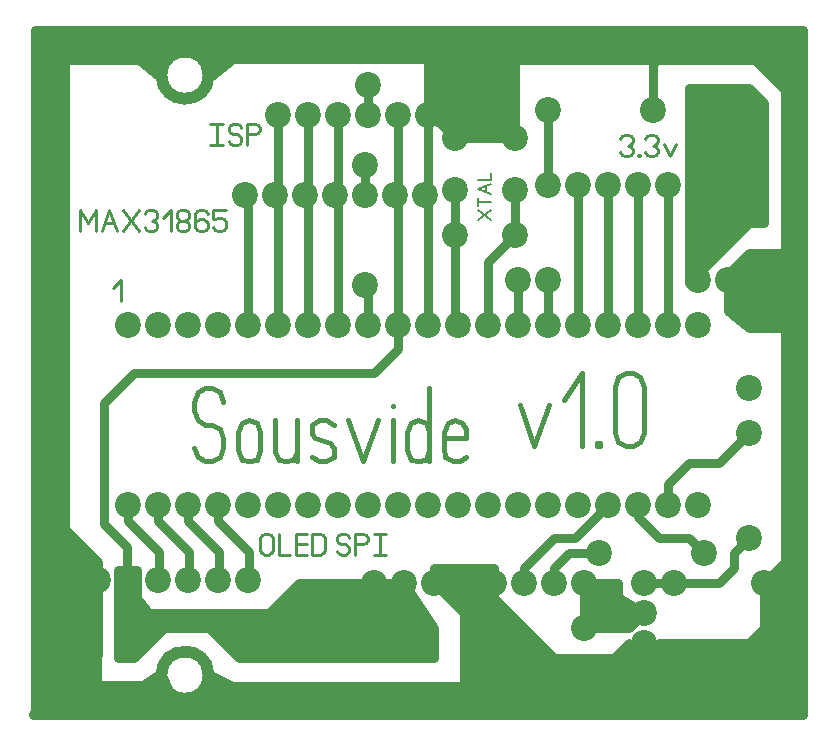
<source format=gbr>
%FSLAX34Y34*%
%MOMM*%
%LNCOPPER_BOTTOM*%
G71*
G01*
%ADD10C, 1.00*%
%ADD11C, 2.20*%
%ADD12C, 0.22*%
%ADD13C, 0.80*%
%ADD14C, 0.14*%
%ADD15C, 0.43*%
%LPD*%
G54D10*
G75*
G01X-38500Y683600D02*
G03X-38500Y683600I-20000J0D01*
G01*
X375607Y471855D02*
G54D11*
D03*
X350207Y471855D02*
G54D11*
D03*
X324807Y471855D02*
G54D11*
D03*
X299407Y471855D02*
G54D11*
D03*
X274007Y471855D02*
G54D11*
D03*
X248607Y471855D02*
G54D11*
D03*
X223207Y471855D02*
G54D11*
D03*
X197807Y471855D02*
G54D11*
D03*
X172407Y471855D02*
G54D11*
D03*
X147007Y471855D02*
G54D11*
D03*
X121607Y471855D02*
G54D11*
D03*
X96207Y471855D02*
G54D11*
D03*
X70807Y471855D02*
G54D11*
D03*
X45407Y471855D02*
G54D11*
D03*
X20007Y471855D02*
G54D11*
D03*
X-5393Y471855D02*
G54D11*
D03*
X-30793Y471855D02*
G54D11*
D03*
X-56193Y471855D02*
G54D11*
D03*
X-81593Y471855D02*
G54D11*
D03*
X-106993Y471855D02*
G54D11*
D03*
X-106993Y319455D02*
G54D11*
D03*
X-81593Y319455D02*
G54D11*
D03*
X-56193Y319455D02*
G54D11*
D03*
X-30793Y319455D02*
G54D11*
D03*
X-5393Y319455D02*
G54D11*
D03*
X20007Y319455D02*
G54D11*
D03*
X45407Y319455D02*
G54D11*
D03*
X70807Y319455D02*
G54D11*
D03*
X96207Y319455D02*
G54D11*
D03*
X121607Y319455D02*
G54D11*
D03*
X147007Y319455D02*
G54D11*
D03*
X172407Y319455D02*
G54D11*
D03*
X197807Y319455D02*
G54D11*
D03*
X223207Y319455D02*
G54D11*
D03*
X248607Y319455D02*
G54D11*
D03*
X274007Y319455D02*
G54D11*
D03*
X299407Y319455D02*
G54D11*
D03*
X324807Y319455D02*
G54D11*
D03*
X350207Y319455D02*
G54D11*
D03*
X375607Y319455D02*
G54D11*
D03*
G54D10*
G75*
G01X-38500Y175600D02*
G03X-38500Y175600I-20000J0D01*
G01*
G54D12*
X-119693Y503177D02*
X-113026Y509844D01*
X-113026Y492066D01*
X121607Y649655D02*
G54D11*
D03*
X147007Y649655D02*
G54D11*
D03*
X96207Y649655D02*
G54D11*
D03*
X70807Y649655D02*
G54D11*
D03*
X45407Y649655D02*
G54D11*
D03*
X20007Y649655D02*
G54D11*
D03*
G36*
X-185493Y141655D02*
X-185493Y721655D01*
X464507Y721655D01*
X464507Y141655D01*
X-187145Y142107D01*
X-187273Y142885D01*
X-160515Y167380D01*
X-94408Y167340D01*
X-79229Y177124D01*
X-71209Y160083D01*
X-60303Y153352D01*
X-50593Y156730D01*
X-41907Y163421D01*
X-38581Y176917D01*
X-18293Y166474D01*
X425634Y166672D01*
X449507Y188255D01*
X449507Y670855D01*
X424107Y696255D01*
X-18041Y696873D01*
X-38824Y680523D01*
X-39780Y690953D01*
X-47295Y700890D01*
X-58781Y704251D01*
X-69503Y700935D01*
X-76854Y691553D01*
X-78554Y680935D01*
X-97088Y696255D01*
X-160093Y696255D01*
X-160093Y167055D01*
X-185493Y141655D01*
G37*
G54D13*
X-185493Y141655D02*
X-185493Y721655D01*
X464507Y721655D01*
X464507Y141655D01*
X-187145Y142107D01*
X-187273Y142885D01*
X-160515Y167380D01*
X-94408Y167340D01*
X-79229Y177124D01*
X-71209Y160083D01*
X-60303Y153352D01*
X-50593Y156730D01*
X-41907Y163421D01*
X-38581Y176917D01*
X-18293Y166474D01*
X425634Y166672D01*
X449507Y188255D01*
X449507Y670855D01*
X424107Y696255D01*
X-18041Y696873D01*
X-38824Y680523D01*
X-39780Y690953D01*
X-47295Y700890D01*
X-58781Y704251D01*
X-69503Y700935D01*
X-76854Y691553D01*
X-78554Y680935D01*
X-97088Y696255D01*
X-160093Y696255D01*
X-160093Y167055D01*
X-185493Y141655D01*
X-81593Y255955D02*
G54D11*
D03*
X-56193Y255955D02*
G54D11*
D03*
X-30793Y255955D02*
G54D11*
D03*
X-5393Y255955D02*
G54D11*
D03*
X169725Y630035D02*
G54D11*
D03*
X169725Y586315D02*
G54D11*
D03*
X220525Y586316D02*
G54D11*
D03*
X220525Y630035D02*
G54D11*
D03*
X220525Y548215D02*
G54D11*
D03*
X169725Y548216D02*
G54D11*
D03*
X-106993Y255955D02*
G54D11*
D03*
X-132393Y255955D02*
G54D11*
D03*
X223207Y509955D02*
G54D11*
D03*
X248607Y509955D02*
G54D11*
D03*
X401007Y509955D02*
G54D11*
D03*
X144707Y581955D02*
G54D11*
D03*
X119307Y581955D02*
G54D11*
D03*
X93907Y581955D02*
G54D11*
D03*
X68507Y581955D02*
G54D11*
D03*
X43107Y581955D02*
G54D11*
D03*
X17707Y581955D02*
G54D11*
D03*
X20007Y649655D02*
G54D11*
D03*
X-7693Y581955D02*
G54D11*
D03*
G54D13*
X147007Y471855D02*
X147007Y706655D01*
X144707Y708955D01*
G54D13*
X121607Y471855D02*
X121607Y649655D01*
G54D13*
X70807Y471855D02*
X70807Y649655D01*
G54D13*
X45407Y471855D02*
X45407Y649655D01*
G54D13*
X20007Y471855D02*
X20007Y649655D01*
G54D13*
X-5393Y471855D02*
X-5393Y579655D01*
X-7693Y581955D01*
X96207Y471855D02*
G54D11*
D03*
X96207Y675055D02*
G54D11*
D03*
G54D13*
X223207Y471855D02*
X223207Y509955D01*
G54D13*
X248607Y471855D02*
X248607Y509955D01*
X144707Y213655D02*
G54D11*
D03*
X279400Y215610D02*
G54D11*
D03*
X93907Y505755D02*
G54D11*
D03*
G54D13*
X96207Y471855D02*
X96207Y503455D01*
X93907Y505755D01*
X375607Y509955D02*
G54D11*
D03*
G54D12*
X309807Y629421D02*
X311140Y631644D01*
X313807Y632755D01*
X316474Y632755D01*
X319140Y631644D01*
X320474Y629421D01*
X320474Y627199D01*
X319140Y624977D01*
X316474Y623866D01*
X319140Y622755D01*
X320474Y620533D01*
X320474Y618310D01*
X319140Y616088D01*
X316474Y614977D01*
X313807Y614977D01*
X311140Y616088D01*
X309807Y618310D01*
G54D12*
X326430Y614977D02*
X325363Y614977D01*
X325363Y615866D01*
X326430Y615866D01*
X326430Y614977D01*
X325363Y614977D01*
G54D12*
X331319Y629421D02*
X332652Y631644D01*
X335319Y632755D01*
X337986Y632755D01*
X340652Y631644D01*
X341986Y629421D01*
X341986Y627199D01*
X340652Y624977D01*
X337986Y623866D01*
X340652Y622755D01*
X341986Y620533D01*
X341986Y618310D01*
X340652Y616088D01*
X337986Y614977D01*
X335319Y614977D01*
X332652Y616088D01*
X331319Y618310D01*
G54D12*
X346875Y624977D02*
X352208Y614977D01*
X357542Y624977D01*
G54D12*
X-36947Y624566D02*
X-26280Y624566D01*
G54D12*
X-31613Y624566D02*
X-31613Y642344D01*
G54D12*
X-36947Y642344D02*
X-26280Y642344D01*
G54D12*
X-21391Y627899D02*
X-20057Y625677D01*
X-17391Y624566D01*
X-14724Y624566D01*
X-12057Y625677D01*
X-10724Y627899D01*
X-10724Y630121D01*
X-12057Y632344D01*
X-14724Y633455D01*
X-17391Y633455D01*
X-20057Y634566D01*
X-21391Y636788D01*
X-21391Y639010D01*
X-20057Y641232D01*
X-17391Y642344D01*
X-14724Y642344D01*
X-12057Y641232D01*
X-10724Y639010D01*
G54D12*
X-5835Y624566D02*
X-5835Y642344D01*
X832Y642344D01*
X3499Y641232D01*
X4832Y639010D01*
X4832Y636788D01*
X3499Y634566D01*
X832Y633455D01*
X-5835Y633455D01*
G54D12*
X-147393Y551477D02*
X-147393Y569255D01*
X-140726Y558144D01*
X-134060Y569255D01*
X-134060Y551477D01*
G54D12*
X-129171Y551477D02*
X-122504Y569255D01*
X-115838Y551477D01*
G54D12*
X-126504Y558144D02*
X-118504Y558144D01*
G54D12*
X-110949Y569255D02*
X-97616Y551477D01*
G54D12*
X-110949Y551477D02*
X-97616Y569255D01*
G54D12*
X-92727Y565921D02*
X-91394Y568144D01*
X-88727Y569255D01*
X-86060Y569255D01*
X-83394Y568144D01*
X-82060Y565921D01*
X-82060Y563699D01*
X-83394Y561477D01*
X-86060Y560366D01*
X-83394Y559255D01*
X-82060Y557033D01*
X-82060Y554810D01*
X-83394Y552588D01*
X-86060Y551477D01*
X-88727Y551477D01*
X-91394Y552588D01*
X-92727Y554810D01*
G54D12*
X-77171Y562588D02*
X-70504Y569255D01*
X-70504Y551477D01*
G54D12*
X-58948Y560366D02*
X-61615Y560366D01*
X-64282Y561477D01*
X-65615Y563699D01*
X-65615Y565921D01*
X-64282Y568144D01*
X-61615Y569255D01*
X-58948Y569255D01*
X-56282Y568144D01*
X-54948Y565921D01*
X-54948Y563699D01*
X-56282Y561477D01*
X-58948Y560366D01*
X-56282Y559255D01*
X-54948Y557033D01*
X-54948Y554810D01*
X-56282Y552588D01*
X-58948Y551477D01*
X-61615Y551477D01*
X-64282Y552588D01*
X-65615Y554810D01*
X-65615Y557033D01*
X-64282Y559255D01*
X-61615Y560366D01*
G54D12*
X-39392Y565921D02*
X-40726Y568144D01*
X-43392Y569255D01*
X-46059Y569255D01*
X-48726Y568144D01*
X-50059Y565921D01*
X-50059Y560366D01*
X-50059Y559255D01*
X-46059Y561477D01*
X-43392Y561477D01*
X-40726Y560366D01*
X-39392Y558144D01*
X-39392Y554810D01*
X-40726Y552588D01*
X-43392Y551477D01*
X-46059Y551477D01*
X-48726Y552588D01*
X-50059Y554810D01*
X-50059Y560366D01*
G54D12*
X-23836Y569255D02*
X-34503Y569255D01*
X-34503Y561477D01*
X-33170Y561477D01*
X-30503Y562588D01*
X-27836Y562588D01*
X-25170Y561477D01*
X-23836Y559255D01*
X-23836Y554810D01*
X-25170Y552588D01*
X-27836Y551477D01*
X-30503Y551477D01*
X-33170Y552588D01*
X-34503Y554810D01*
G54D12*
X16032Y291997D02*
X16032Y280886D01*
X14699Y278663D01*
X12032Y277552D01*
X9366Y277552D01*
X6699Y278663D01*
X5366Y280886D01*
X5366Y291997D01*
X6699Y294219D01*
X9366Y295330D01*
X12032Y295330D01*
X14699Y294219D01*
X16032Y291997D01*
G54D12*
X20922Y295330D02*
X20922Y277552D01*
X30255Y277552D01*
G54D12*
X44477Y277552D02*
X35144Y277552D01*
X35144Y295330D01*
X44477Y295330D01*
G54D12*
X35144Y286441D02*
X44477Y286441D01*
G54D12*
X49366Y277552D02*
X49366Y295330D01*
X56032Y295330D01*
X58699Y294219D01*
X60032Y291997D01*
X60032Y280886D01*
X58699Y278663D01*
X56032Y277552D01*
X49366Y277552D01*
G54D12*
X70078Y280886D02*
X71411Y278663D01*
X74078Y277552D01*
X76744Y277552D01*
X79411Y278663D01*
X80744Y280886D01*
X80744Y283108D01*
X79411Y285330D01*
X76744Y286441D01*
X74078Y286441D01*
X71411Y287552D01*
X70078Y289774D01*
X70078Y291997D01*
X71411Y294219D01*
X74078Y295330D01*
X76744Y295330D01*
X79411Y294219D01*
X80744Y291997D01*
G54D12*
X85634Y277552D02*
X85634Y295330D01*
X92300Y295330D01*
X94967Y294219D01*
X96300Y291997D01*
X96300Y289774D01*
X94967Y287552D01*
X92300Y286441D01*
X85634Y286441D01*
G54D12*
X101190Y277552D02*
X111856Y277552D01*
G54D12*
X106523Y277552D02*
X106523Y295330D01*
G54D12*
X101190Y295330D02*
X111856Y295330D01*
G54D14*
X189250Y561052D02*
X200805Y569718D01*
G54D14*
X200805Y561052D02*
X189250Y569718D01*
G54D14*
X200805Y576363D02*
X189250Y576363D01*
G54D14*
X189250Y572897D02*
X189250Y579830D01*
G54D14*
X200805Y583008D02*
X189250Y587341D01*
X200805Y591674D01*
G54D14*
X196472Y584741D02*
X196472Y589941D01*
G54D14*
X189250Y594853D02*
X200805Y594853D01*
X200805Y600919D01*
X197807Y319455D02*
G54D11*
D03*
X279400Y253710D02*
G54D11*
D03*
X254000Y253710D02*
G54D11*
D03*
X203200Y253710D02*
G54D11*
D03*
X127000Y253710D02*
G54D11*
D03*
X299407Y319455D02*
G54D11*
D03*
G36*
X279400Y215610D02*
X279400Y253710D01*
X307852Y253710D01*
X307971Y241496D01*
X330200Y228310D01*
X317500Y215610D01*
X279400Y215610D01*
G37*
G54D13*
X279400Y215610D02*
X279400Y253710D01*
X307852Y253710D01*
X307971Y241496D01*
X330200Y228310D01*
X317500Y215610D01*
X279400Y215610D01*
X292100Y279110D02*
G54D11*
D03*
X381000Y279110D02*
G54D11*
D03*
G54D13*
X324807Y319455D02*
X324807Y309903D01*
X342900Y291810D01*
X368300Y291810D01*
X381000Y279110D01*
G54D13*
X254000Y253710D02*
X254000Y266410D01*
X266700Y279110D01*
X292100Y279110D01*
X101600Y253710D02*
G54D11*
D03*
X177800Y253710D02*
G54D11*
D03*
X152400Y253710D02*
G54D11*
D03*
X228600Y253710D02*
G54D11*
D03*
G36*
X177800Y164810D02*
X177800Y228310D01*
X152400Y253710D01*
X152400Y266410D01*
X203200Y266410D01*
X203200Y253710D01*
X203200Y241010D01*
X254000Y190210D01*
X304800Y190210D01*
X317500Y202910D01*
X330200Y190210D01*
X342900Y202910D01*
X419100Y202910D01*
X431800Y215610D01*
X444500Y202910D01*
X444500Y152110D01*
X190500Y152110D01*
X177800Y164810D01*
G37*
G54D13*
X177800Y164810D02*
X177800Y228310D01*
X152400Y253710D01*
X152400Y266410D01*
X203200Y266410D01*
X203200Y253710D01*
X203200Y241010D01*
X254000Y190210D01*
X304800Y190210D01*
X317500Y202910D01*
X330200Y190210D01*
X342900Y202910D01*
X419100Y202910D01*
X431800Y215610D01*
X444500Y202910D01*
X444500Y152110D01*
X190500Y152110D01*
X177800Y164810D01*
G36*
X127000Y253710D02*
X152400Y215610D01*
X152400Y190210D01*
X-12700Y190210D01*
X-38100Y215610D01*
X-76200Y215610D01*
X-101600Y190210D01*
X-115346Y190210D01*
X-115357Y264667D01*
X-98994Y264608D01*
X-99173Y240884D01*
X-88900Y228310D01*
X12700Y228310D01*
X38100Y253710D01*
X127000Y253710D01*
G37*
G54D13*
X127000Y253710D02*
X152400Y215610D01*
X152400Y190210D01*
X-12700Y190210D01*
X-38100Y215610D01*
X-76200Y215610D01*
X-101600Y190210D01*
X-115346Y190210D01*
X-115357Y264667D01*
X-98994Y264608D01*
X-99173Y240884D01*
X-88900Y228310D01*
X12700Y228310D01*
X38100Y253710D01*
X127000Y253710D01*
X228600Y253710D02*
G54D11*
D03*
G54D13*
X228600Y253710D02*
X228600Y266410D01*
X254000Y291810D01*
X271762Y291810D01*
X299407Y319455D01*
G54D15*
X-50800Y368255D02*
X-47689Y360477D01*
X-41467Y356588D01*
X-35244Y356588D01*
X-29022Y360477D01*
X-25911Y368255D01*
X-25911Y376032D01*
X-29022Y383810D01*
X-35244Y387699D01*
X-41467Y387699D01*
X-47689Y391588D01*
X-50800Y399366D01*
X-50800Y407144D01*
X-47689Y414921D01*
X-41467Y418810D01*
X-35244Y418810D01*
X-29022Y414921D01*
X-25911Y407144D01*
G54D15*
X5200Y365921D02*
X5200Y381477D01*
X2089Y389255D01*
X-4134Y391588D01*
X-10356Y389255D01*
X-13467Y381477D01*
X-13467Y365921D01*
X-10356Y358144D01*
X-4134Y356588D01*
X2089Y358144D01*
X5200Y365921D01*
G54D15*
X36311Y391588D02*
X36311Y356588D01*
G54D15*
X36311Y364366D02*
X33200Y358144D01*
X26977Y356588D01*
X20755Y358144D01*
X17644Y364366D01*
X17644Y391588D01*
G54D15*
X48755Y360477D02*
X54977Y356588D01*
X61199Y356588D01*
X67422Y360477D01*
X67422Y368255D01*
X64311Y372144D01*
X51866Y376032D01*
X48755Y379921D01*
X48755Y387699D01*
X54977Y391588D01*
X61199Y391588D01*
X67422Y387699D01*
G54D15*
X79866Y391588D02*
X92310Y356588D01*
X104755Y391588D01*
G54D15*
X117199Y356588D02*
X117199Y391588D01*
G54D15*
X117199Y403255D02*
X117199Y403255D01*
G54D15*
X148310Y356588D02*
X148310Y418810D01*
G54D15*
X148310Y381477D02*
X145199Y389255D01*
X138976Y391588D01*
X132754Y389255D01*
X129643Y381477D01*
X129643Y365921D01*
X132754Y358144D01*
X138976Y356588D01*
X145199Y358144D01*
X148310Y365921D01*
G54D15*
X179421Y360477D02*
X174443Y356588D01*
X168221Y356588D01*
X161998Y360477D01*
X160754Y368255D01*
X160754Y381477D01*
X163865Y389255D01*
X170087Y391588D01*
X176310Y389255D01*
X179421Y383810D01*
X179421Y376032D01*
X160754Y376032D01*
X248510Y590320D02*
G54D11*
D03*
X273910Y590320D02*
G54D11*
D03*
X299310Y590320D02*
G54D11*
D03*
X324710Y590320D02*
G54D11*
D03*
X350110Y590320D02*
G54D11*
D03*
X248510Y653820D02*
G54D11*
D03*
X337410Y653820D02*
G54D11*
D03*
G54D13*
X169725Y548216D02*
X169725Y474537D01*
X172407Y471855D01*
G54D13*
X197807Y471855D02*
X197807Y525497D01*
X220525Y548215D01*
X93907Y607355D02*
G54D11*
D03*
X375505Y607218D02*
G54D11*
D03*
G54D13*
X93907Y581955D02*
X93907Y607355D01*
G54D13*
X96207Y649655D02*
X96207Y675055D01*
G36*
X419100Y469610D02*
X401106Y484075D01*
X401007Y509955D01*
X401007Y515017D01*
X419100Y533110D01*
X444500Y533110D01*
X444500Y469610D01*
X419100Y469610D01*
G37*
G54D13*
X419100Y469610D02*
X401106Y484075D01*
X401007Y509955D01*
X401007Y515017D01*
X419100Y533110D01*
X444500Y533110D01*
X444500Y469610D01*
X419100Y469610D01*
G36*
X375607Y509955D02*
X368300Y507710D01*
X368300Y672810D01*
X419100Y672810D01*
X431800Y660110D01*
X431800Y558510D01*
X419100Y558510D01*
X381000Y520410D01*
X418839Y558722D01*
X381000Y520410D01*
X375607Y509955D01*
G37*
G54D13*
X375607Y509955D02*
X368300Y507710D01*
X368300Y672810D01*
X419100Y672810D01*
X431800Y660110D01*
X431800Y558510D01*
X419100Y558510D01*
X381000Y520410D01*
X418839Y558722D01*
X381000Y520410D01*
X375607Y509955D01*
G36*
X147007Y706655D02*
X147007Y649655D01*
X150105Y649655D01*
X169725Y630035D01*
X220525Y630035D01*
X220525Y702835D01*
X228600Y710910D01*
X151262Y710910D01*
X147007Y706655D01*
G37*
G54D13*
X147007Y706655D02*
X147007Y649655D01*
X150105Y649655D01*
X169725Y630035D01*
X220525Y630035D01*
X220525Y702835D01*
X228600Y710910D01*
X151262Y710910D01*
X147007Y706655D01*
G54D13*
X248510Y590320D02*
X248510Y653820D01*
G54D13*
X337410Y653820D02*
X337410Y692720D01*
X342900Y698210D01*
G54D13*
X273910Y590320D02*
X273910Y471952D01*
X274007Y471855D01*
G54D13*
X299407Y471855D02*
X299407Y590223D01*
X299310Y590320D01*
G54D13*
X324807Y471855D02*
X324807Y590223D01*
X324710Y590320D01*
G54D13*
X350207Y471855D02*
X350207Y590223D01*
X350110Y590320D01*
X330200Y253710D02*
G54D11*
D03*
X330200Y228310D02*
G54D11*
D03*
X330200Y202910D02*
G54D11*
D03*
G54D13*
X-30793Y319455D02*
X-30793Y306161D01*
X-4361Y279730D01*
X-4361Y256986D01*
X-5393Y255955D01*
G54D13*
X-56193Y319455D02*
X-56193Y306161D01*
X-29761Y279730D01*
X-29761Y256986D01*
X-30793Y255955D01*
G54D13*
X-81593Y319455D02*
X-81593Y306161D01*
X-55161Y279730D01*
X-55161Y256986D01*
X-56193Y255955D01*
G54D13*
X-106993Y319455D02*
X-106993Y306161D01*
X-80561Y279730D01*
X-80561Y256986D01*
X-81593Y255955D01*
G54D13*
X121607Y471855D02*
X121607Y451517D01*
X101600Y431510D01*
X-101600Y431510D01*
X-127000Y406110D01*
X-127000Y303358D01*
X-107332Y283690D01*
X-107332Y256294D01*
X-106993Y255955D01*
G36*
X-132998Y165882D02*
X-132562Y216548D01*
X-132393Y255955D01*
X-132393Y271803D01*
X-177800Y317210D01*
X-177800Y164810D01*
X-162338Y164810D01*
X-160093Y167055D01*
X-132998Y165882D01*
G37*
G54D13*
X-132998Y165882D02*
X-132562Y216548D01*
X-132393Y255955D01*
X-132393Y271803D01*
X-177800Y317210D01*
X-177800Y164810D01*
X-162338Y164810D01*
X-160093Y167055D01*
X-132998Y165882D01*
G54D15*
X224921Y404288D02*
X237365Y369288D01*
X249810Y404288D01*
G54D15*
X262254Y408177D02*
X277810Y431510D01*
X277810Y369288D01*
G54D15*
X292743Y369288D02*
X290254Y369288D01*
X290254Y372399D01*
X292743Y372399D01*
X292743Y369288D01*
X290254Y369288D01*
G54D15*
X330076Y419844D02*
X330076Y380955D01*
X326965Y373177D01*
X320743Y369288D01*
X314520Y369288D01*
X308298Y373177D01*
X305187Y380955D01*
X305187Y419844D01*
X308298Y427621D01*
X314520Y431510D01*
X320743Y431510D01*
X326965Y427621D01*
X330076Y419844D01*
X419100Y418810D02*
G54D11*
D03*
X355600Y253710D02*
G54D11*
D03*
X431800Y253710D02*
G54D11*
D03*
X419100Y291810D02*
G54D11*
D03*
X419100Y380710D02*
G54D11*
D03*
G36*
X431800Y215610D02*
X457200Y202910D01*
X457200Y279110D01*
X431800Y253710D01*
X431800Y215610D01*
G37*
G54D13*
X431800Y215610D02*
X457200Y202910D01*
X457200Y279110D01*
X431800Y253710D01*
X431800Y215610D01*
G54D13*
X330200Y253710D02*
X393700Y253710D01*
X406400Y266410D01*
X406400Y279110D01*
X419100Y291810D01*
G54D13*
X350207Y319455D02*
X350207Y337217D01*
X368300Y355310D01*
X393700Y355310D01*
X419100Y380710D01*
G54D13*
X169725Y548216D02*
X169725Y586315D01*
G54D13*
X220525Y548215D02*
X220525Y586316D01*
M02*

</source>
